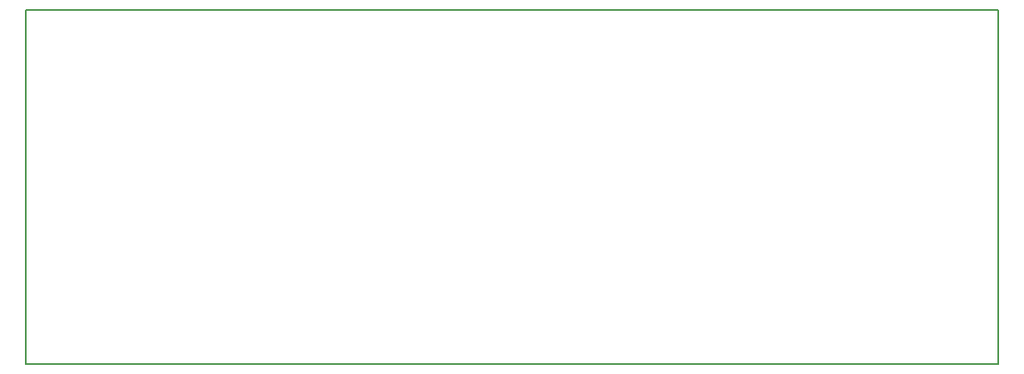
<source format=gko>
G04 Layer_Color=16711935*
%FSLAX44Y44*%
%MOMM*%
G71*
G01*
G75*
%ADD44C,0.2000*%
%ADD78C,0.2032*%
D44*
X990450Y-360934D02*
Y0D01*
D78*
X0D02*
X990450D01*
X0Y-360934D02*
X990450D01*
X0D02*
Y0D01*
M02*

</source>
